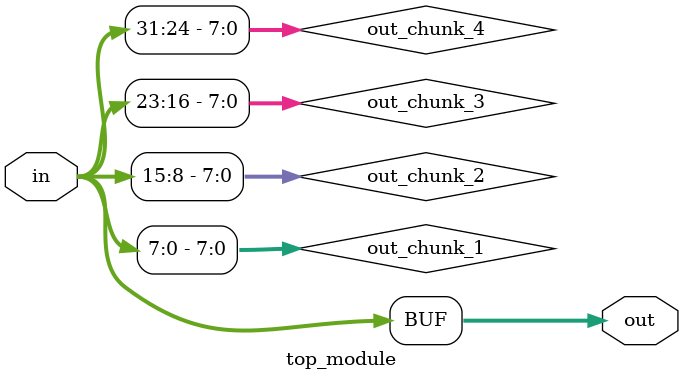
<source format=sv>
module top_module (
    input [31:0] in,
    output [31:0] out
);
    reg [7:0] out_chunk_1;
    reg [7:0] out_chunk_2;
    reg [7:0] out_chunk_3;
    reg [7:0] out_chunk_4;

    assign out = {out_chunk_4, out_chunk_3, out_chunk_2, out_chunk_1};

    always @(*) begin
        out_chunk_1 = in[7:0];
        out_chunk_2 = in[15:8];
        out_chunk_3 = in[23:16];
        out_chunk_4 = in[31:24];
    end
endmodule

</source>
